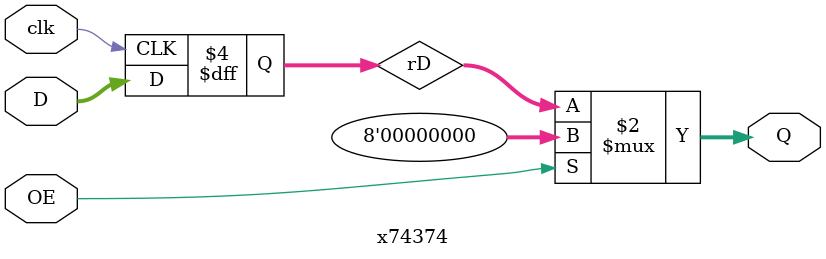
<source format=v>

module x74374 (
  input clk,
  input [7:0] D,
  output [7:0] Q,
  input OE
);

assign Q = ~OE ? rD : 8'd0;
reg [7:0] rD;

always @(posedge clk)
  rD <= D;

endmodule
</source>
